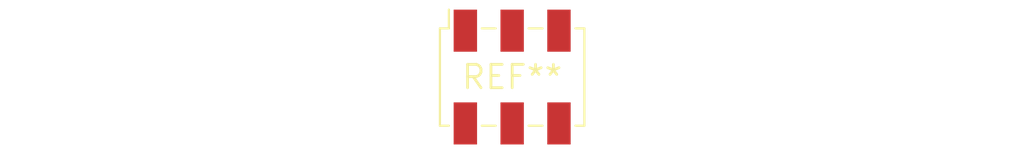
<source format=kicad_pcb>
(kicad_pcb (version 20240108) (generator pcbnew)
  (layers (0 "F.Cu" signal) (31 "B.Cu" signal) (34 "B.Paste" user) (35 "F.Paste" user) (36 "B.SilkS" user "B.Silkscreen") (37 "F.SilkS" user "F.Silkscreen") (38 "B.Mask" user) (39 "F.Mask" user) (44 "Edge.Cuts" user))
  (net 0 "")
  (footprint "Samtec_HLE-103-02-xxx-DV_2x03_P2.54mm_Horizontal" (layer "F.Cu") (at 0 0)
    (property "Reference" "REF**")
    (property "Value" "Samtec_HLE-103-02-xxx-DV_2x03_P2.54mm_Horizontal")
    (fp_line (start -3.92 -2.65) (end -3.92 2.65) (layer "F.SilkS") (stroke (width 0.12)))
    (fp_line (start -3.92 2.65) (end -3.435 2.65) (layer "F.SilkS") (stroke (width 0.12)))
    (fp_line (start -3.435 -3.67) (end -3.435 -2.65) (layer "F.SilkS") (stroke (width 0.12)))
    (fp_line (start -3.435 -2.65) (end -3.92 -2.65) (layer "F.SilkS") (stroke (width 0.12)))
    (fp_line (start -1.645 -2.65) (end -0.895 -2.65) (layer "F.SilkS") (stroke (width 0.12)))
    (fp_line (start -1.645 2.65) (end -0.895 2.65) (layer "F.SilkS") (stroke (width 0.12)))
    (fp_line (start 0.895 -2.65) (end 1.645 -2.65) (layer "F.SilkS") (stroke (width 0.12)))
    (fp_line (start 0.895 2.65) (end 1.645 2.65) (layer "F.SilkS") (stroke (width 0.12)))
    (fp_line (start 3.435 -2.65) (end 3.92 -2.65) (layer "F.SilkS") (stroke (width 0.12)))
    (fp_line (start 3.92 -2.65) (end 3.92 2.65) (layer "F.SilkS") (stroke (width 0.12)))
    (fp_line (start 3.92 2.65) (end 3.435 2.65) (layer "F.SilkS") (stroke (width 0.12)))
    (pad "1" smd rect (at -2.54 -2.525) (size 1.27 2.29) (layers "F.Cu" "F.Paste" "F.Mask"))
    (pad "2" smd rect (at -2.54 2.525) (size 1.27 2.29) (layers "F.Cu" "F.Paste" "F.Mask"))
    (pad "3" smd rect (at 0 -2.525) (size 1.27 2.29) (layers "F.Cu" "F.Paste" "F.Mask"))
    (pad "4" smd rect (at 0 2.525) (size 1.27 2.29) (layers "F.Cu" "F.Paste" "F.Mask"))
    (pad "5" smd rect (at 2.54 -2.525) (size 1.27 2.29) (layers "F.Cu" "F.Paste" "F.Mask"))
    (pad "6" smd rect (at 2.54 2.525) (size 1.27 2.29) (layers "F.Cu" "F.Paste" "F.Mask"))
  )
)
</source>
